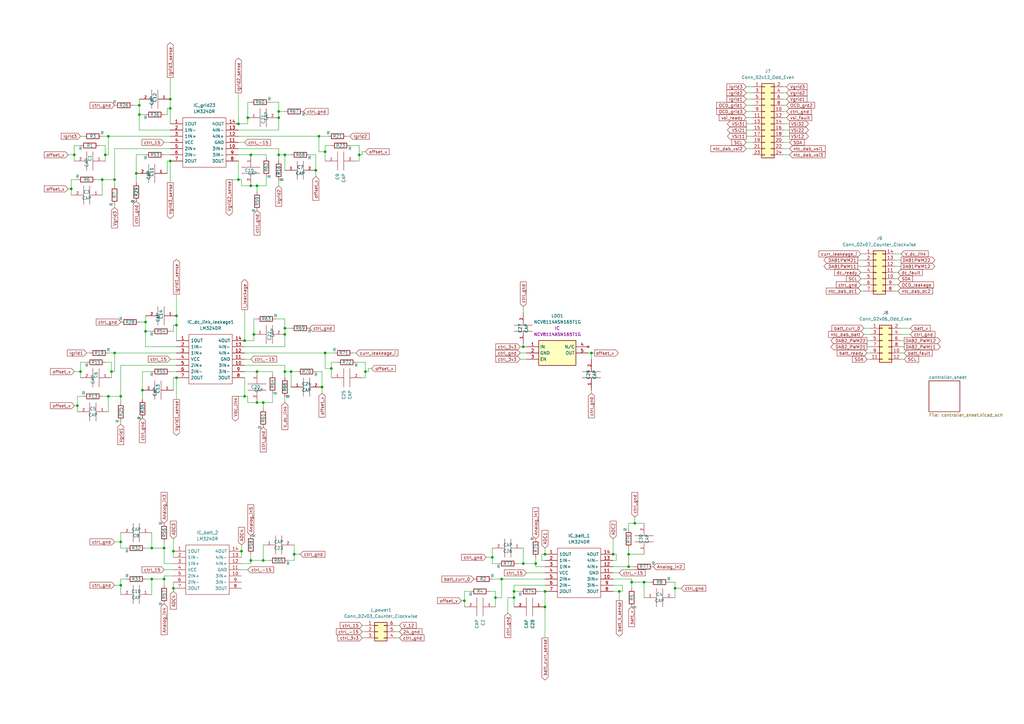
<source format=kicad_sch>
(kicad_sch (version 20211123) (generator eeschema)
  (paper "A3")
  (junction (at 100.33 162.56))
  (junction (at 97.79 73.66))
  (junction (at 72.39 133.35))
  (junction (at 49.53 222.25))
  (junction (at 30.48 63.5))
  (junction (at 105.41 165.1))
  (junction (at 223.52 242.57))
  (junction (at 116.84 137.16))
  (junction (at 135.89 151.13))
  (junction (at 223.52 248.92))
  (junction (at 29.21 77.47))
  (junction (at 31.75 166.37))
  (junction (at 62.23 224.79))
  (junction (at 210.82 245.11))
  (junction (at 214.63 231.14))
  (junction (at 259.08 238.76))
  (junction (at 44.45 162.56))
  (junction (at 129.54 69.85))
  (junction (at 254 242.57))
  (junction (at 67.31 237.49))
  (junction (at 205.74 237.49))
  (junction (at 116.84 152.4))
  (junction (at 251.46 227.33))
  (junction (at 132.08 158.75))
  (junction (at 99.06 226.06))
  (junction (at 102.87 76.2))
  (junction (at 100.33 139.7))
  (junction (at 210.82 242.57))
  (junction (at 46.99 73.66))
  (junction (at 102.87 63.5))
  (junction (at 133.35 62.23))
  (junction (at 190.5 246.38))
  (junction (at 71.12 226.06))
  (junction (at 72.39 154.94))
  (junction (at 97.79 50.8))
  (junction (at 214.63 142.24))
  (junction (at 114.3 48.26))
  (junction (at 257.81 227.33))
  (junction (at 107.95 165.1))
  (junction (at 49.53 162.56))
  (junction (at 72.39 129.54))
  (junction (at 101.6 48.26))
  (junction (at 104.14 137.16))
  (junction (at 62.23 237.49))
  (junction (at 276.86 241.3))
  (junction (at 67.31 224.79))
  (junction (at 69.85 66.04))
  (junction (at 114.3 45.72))
  (junction (at 120.65 227.33))
  (junction (at 46.99 144.78))
  (junction (at 57.15 46.99))
  (junction (at 201.93 228.6))
  (junction (at 203.2 245.11))
  (junction (at 219.71 231.14))
  (junction (at 45.72 152.4))
  (junction (at 149.86 152.4))
  (junction (at 43.18 63.5))
  (junction (at 59.69 135.89))
  (junction (at 49.53 240.03))
  (junction (at 264.16 238.76))
  (junction (at 69.85 40.64))
  (junction (at 69.85 44.45))
  (junction (at 102.87 229.87))
  (junction (at 105.41 152.4))
  (junction (at 260.35 214.63))
  (junction (at 130.81 55.88))
  (junction (at 119.38 152.4))
  (junction (at 58.42 160.02))
  (junction (at 57.15 43.18))
  (junction (at 71.12 241.3))
  (junction (at 133.35 144.78))
  (junction (at 105.41 76.2))
  (junction (at 55.88 71.12))
  (junction (at 33.02 152.4))
  (junction (at 107.95 229.87))
  (junction (at 257.81 232.41))
  (junction (at 116.84 134.62))
  (junction (at 223.52 227.33))
  (junction (at 44.45 55.88))
  (junction (at 59.69 132.08))
  (junction (at 116.84 63.5))
  (junction (at 147.32 63.5))
  (junction (at 242.57 144.78))
  (junction (at 114.3 63.5))
  (junction (at 41.91 73.66))
  (wire (pts (xy 120.65 227.33) (xy 120.65 223.52)))
  (wire (pts (xy 31.75 162.56) (xy 31.75 166.37)))
  (wire (pts (xy 99.06 76.2) (xy 102.87 76.2)))
  (wire (pts (xy 34.29 162.56) (xy 31.75 162.56)))
  (wire (pts (xy 119.38 158.75) (xy 119.38 152.4)))
  (wire (pts (xy 369.57 109.22) (xy 367.03 109.22)))
  (wire (pts (xy 110.49 41.91) (xy 114.3 41.91)))
  (wire (pts (xy 107.95 165.1) (xy 105.41 165.1)))
  (wire (pts (xy 49.53 222.25) (xy 49.53 218.44)))
  (wire (pts (xy 163.83 256.54) (xy 162.56 256.54)))
  (wire (pts (xy 356.87 137.16) (xy 354.33 137.16)))
  (wire (pts (xy 111.76 152.4) (xy 105.41 152.4)))
  (wire (pts (xy 119.38 152.4) (xy 116.84 152.4)))
  (wire (pts (xy 33.02 152.4) (xy 33.02 154.94)))
  (wire (pts (xy 321.31 50.8) (xy 323.85 50.8)))
  (wire (pts (xy 101.6 165.1) (xy 105.41 165.1)))
  (wire (pts (xy 69.85 74.93) (xy 69.85 66.04)))
  (wire (pts (xy 41.91 73.66) (xy 46.99 73.66)))
  (wire (pts (xy 59.69 132.08) (xy 59.69 129.54)))
  (wire (pts (xy 116.84 152.4) (xy 116.84 154.94)))
  (wire (pts (xy 35.56 148.59) (xy 33.02 148.59)))
  (wire (pts (xy 109.22 76.2) (xy 105.41 76.2)))
  (wire (pts (xy 219.71 232.41) (xy 223.52 232.41)))
  (wire (pts (xy 46.99 152.4) (xy 46.99 144.78)))
  (wire (pts (xy 114.3 45.72) (xy 114.3 48.26)))
  (wire (pts (xy 43.18 63.5) (xy 44.45 63.5)))
  (wire (pts (xy 306.07 35.56) (xy 308.61 35.56)))
  (wire (pts (xy 33.02 59.69) (xy 30.48 59.69)))
  (wire (pts (xy 111.76 165.1) (xy 107.95 165.1)))
  (wire (pts (xy 72.39 142.24) (xy 59.69 142.24)))
  (wire (pts (xy 116.84 162.56) (xy 116.84 165.1)))
  (wire (pts (xy 222.25 229.87) (xy 223.52 229.87)))
  (wire (pts (xy 129.54 152.4) (xy 132.08 152.4)))
  (wire (pts (xy 214.63 142.24) (xy 215.9 142.24)))
  (wire (pts (xy 119.38 134.62) (xy 116.84 134.62)))
  (wire (pts (xy 367.03 119.38) (xy 368.3 119.38)))
  (wire (pts (xy 97.79 60.96) (xy 114.3 60.96)))
  (wire (pts (xy 149.86 152.4) (xy 149.86 154.94)))
  (wire (pts (xy 46.99 240.03) (xy 49.53 240.03)))
  (wire (pts (xy 31.75 166.37) (xy 31.75 168.91)))
  (wire (pts (xy 62.23 237.49) (xy 67.31 237.49)))
  (wire (pts (xy 369.57 104.14) (xy 367.03 104.14)))
  (wire (pts (xy 219.71 232.41) (xy 219.71 231.14)))
  (wire (pts (xy 306.07 40.64) (xy 308.61 40.64)))
  (wire (pts (xy 71.12 133.35) (xy 72.39 133.35)))
  (wire (pts (xy 43.18 63.5) (xy 43.18 66.04)))
  (wire (pts (xy 68.58 46.99) (xy 68.58 44.45)))
  (wire (pts (xy 223.52 227.33) (xy 222.25 227.33)))
  (wire (pts (xy 251.46 232.41) (xy 257.81 232.41)))
  (wire (pts (xy 40.64 59.69) (xy 43.18 59.69)))
  (wire (pts (xy 30.48 166.37) (xy 31.75 166.37)))
  (wire (pts (xy 130.81 62.23) (xy 130.81 55.88)))
  (wire (pts (xy 257.81 232.41) (xy 260.35 232.41)))
  (wire (pts (xy 321.31 38.1) (xy 322.58 38.1)))
  (wire (pts (xy 306.07 43.18) (xy 308.61 43.18)))
  (wire (pts (xy 149.86 154.94) (xy 148.59 154.94)))
  (wire (pts (xy 135.89 151.13) (xy 133.35 151.13)))
  (wire (pts (xy 44.45 144.78) (xy 46.99 144.78)))
  (wire (pts (xy 96.52 162.56) (xy 100.33 162.56)))
  (wire (pts (xy 133.35 62.23) (xy 133.35 59.69)))
  (wire (pts (xy 114.3 48.26) (xy 114.3 53.34)))
  (wire (pts (xy 100.33 154.94) (xy 100.33 162.56)))
  (wire (pts (xy 97.79 55.88) (xy 130.81 55.88)))
  (wire (pts (xy 204.47 231.14) (xy 201.93 231.14)))
  (wire (pts (xy 190.5 246.38) (xy 190.5 248.92)))
  (wire (pts (xy 49.53 237.49) (xy 49.53 240.03)))
  (wire (pts (xy 97.79 38.1) (xy 97.79 50.8)))
  (wire (pts (xy 279.4 241.3) (xy 276.86 241.3)))
  (wire (pts (xy 27.94 63.5) (xy 30.48 63.5)))
  (wire (pts (xy 111.76 153.67) (xy 111.76 152.4)))
  (wire (pts (xy 223.52 261.62) (xy 223.52 248.92)))
  (wire (pts (xy 57.15 43.18) (xy 57.15 40.64)))
  (wire (pts (xy 44.45 162.56) (xy 49.53 162.56)))
  (wire (pts (xy 321.31 35.56) (xy 322.58 35.56)))
  (wire (pts (xy 148.59 259.08) (xy 149.86 259.08)))
  (wire (pts (xy 190.5 246.38) (xy 189.23 246.38)))
  (wire (pts (xy 133.35 66.04) (xy 133.35 62.23)))
  (wire (pts (xy 127 63.5) (xy 129.54 63.5)))
  (wire (pts (xy 97.79 73.66) (xy 99.06 73.66)))
  (wire (pts (xy 208.28 251.46) (xy 208.28 245.11)))
  (wire (pts (xy 49.53 149.86) (xy 72.39 149.86)))
  (wire (pts (xy 55.88 74.93) (xy 55.88 71.12)))
  (wire (pts (xy 109.22 64.77) (xy 109.22 63.5)))
  (wire (pts (xy 369.57 142.24) (xy 370.84 142.24)))
  (wire (pts (xy 148.59 256.54) (xy 149.86 256.54)))
  (wire (pts (xy 323.85 63.5) (xy 321.31 63.5)))
  (wire (pts (xy 41.91 162.56) (xy 44.45 162.56)))
  (wire (pts (xy 367.03 116.84) (xy 368.3 116.84)))
  (wire (pts (xy 214.63 224.79) (xy 214.63 231.14)))
  (wire (pts (xy 146.05 148.59) (xy 149.86 148.59)))
  (wire (pts (xy 193.04 242.57) (xy 190.5 242.57)))
  (wire (pts (xy 223.52 224.79) (xy 223.52 227.33)))
  (wire (pts (xy 200.66 242.57) (xy 203.2 242.57)))
  (wire (pts (xy 59.69 135.89) (xy 59.69 142.24)))
  (wire (pts (xy 149.86 152.4) (xy 151.13 152.4)))
  (wire (pts (xy 321.31 53.34) (xy 323.85 53.34)))
  (wire (pts (xy 251.46 220.98) (xy 251.46 227.33)))
  (wire (pts (xy 69.85 31.75) (xy 69.85 40.64)))
  (wire (pts (xy 355.6 144.78) (xy 356.87 144.78)))
  (wire (pts (xy 46.99 222.25) (xy 49.53 222.25)))
  (wire (pts (xy 116.84 63.5) (xy 114.3 63.5)))
  (wire (pts (xy 251.46 227.33) (xy 252.73 227.33)))
  (wire (pts (xy 257.81 214.63) (xy 260.35 214.63)))
  (wire (pts (xy 62.23 135.89) (xy 59.69 135.89)))
  (wire (pts (xy 71.12 236.22) (xy 67.31 236.22)))
  (wire (pts (xy 212.09 231.14) (xy 214.63 231.14)))
  (wire (pts (xy 251.46 237.49) (xy 259.08 237.49)))
  (wire (pts (xy 72.39 147.32) (xy 69.85 147.32)))
  (wire (pts (xy 27.94 77.47) (xy 29.21 77.47)))
  (wire (pts (xy 67.31 46.99) (xy 68.58 46.99)))
  (wire (pts (xy 46.99 60.96) (xy 46.99 73.66)))
  (wire (pts (xy 213.36 142.24) (xy 214.63 142.24)))
  (wire (pts (xy 147.32 63.5) (xy 147.32 66.04)))
  (wire (pts (xy 222.25 227.33) (xy 222.25 229.87)))
  (wire (pts (xy 39.37 73.66) (xy 41.91 73.66)))
  (wire (pts (xy 147.32 59.69) (xy 147.32 63.5)))
  (wire (pts (xy 199.39 228.6) (xy 201.93 228.6)))
  (wire (pts (xy 49.53 162.56) (xy 49.53 165.1)))
  (wire (pts (xy 151.13 151.13) (xy 151.13 152.4)))
  (wire (pts (xy 116.84 69.85) (xy 116.84 63.5)))
  (wire (pts (xy 353.06 104.14) (xy 354.33 104.14)))
  (wire (pts (xy 62.23 224.79) (xy 67.31 224.79)))
  (wire (pts (xy 321.31 55.88) (xy 323.85 55.88)))
  (wire (pts (xy 133.35 151.13) (xy 133.35 144.78)))
  (wire (pts (xy 257.81 217.17) (xy 257.81 214.63)))
  (wire (pts (xy 33.02 55.88) (xy 34.29 55.88)))
  (wire (pts (xy 100.33 127) (xy 100.33 139.7)))
  (wire (pts (xy 264.16 238.76) (xy 259.08 238.76)))
  (wire (pts (xy 242.57 147.32) (xy 242.57 144.78)))
  (wire (pts (xy 354.33 109.22) (xy 351.79 109.22)))
  (wire (pts (xy 99.06 226.06) (xy 99.06 228.6)))
  (wire (pts (xy 147.32 63.5) (xy 148.59 63.5)))
  (wire (pts (xy 72.39 139.7) (xy 72.39 133.35)))
  (wire (pts (xy 99.06 73.66) (xy 99.06 76.2)))
  (wire (pts (xy 149.86 148.59) (xy 149.86 152.4)))
  (wire (pts (xy 104.14 137.16) (xy 104.14 139.7)))
  (wire (pts (xy 69.85 53.34) (xy 57.15 53.34)))
  (wire (pts (xy 101.6 233.68) (xy 99.06 233.68)))
  (wire (pts (xy 120.65 229.87) (xy 120.65 227.33)))
  (wire (pts (xy 71.12 231.14) (xy 67.31 231.14)))
  (wire (pts (xy 121.92 152.4) (xy 119.38 152.4)))
  (wire (pts (xy 30.48 59.69) (xy 30.48 63.5)))
  (wire (pts (xy 57.15 46.99) (xy 57.15 53.34)))
  (wire (pts (xy 45.72 152.4) (xy 45.72 154.94)))
  (wire (pts (xy 68.58 44.45) (xy 69.85 44.45)))
  (wire (pts (xy 266.7 238.76) (xy 264.16 238.76)))
  (wire (pts (xy 110.49 229.87) (xy 107.95 229.87)))
  (wire (pts (xy 49.53 224.79) (xy 49.53 222.25)))
  (wire (pts (xy 210.82 242.57) (xy 210.82 245.11)))
  (wire (pts (xy 203.2 245.11) (xy 203.2 248.92)))
  (wire (pts (xy 71.12 242.57) (xy 71.12 241.3)))
  (wire (pts (xy 44.45 168.91) (xy 44.45 162.56)))
  (wire (pts (xy 104.14 130.81) (xy 104.14 137.16)))
  (wire (pts (xy 35.56 144.78) (xy 36.83 144.78)))
  (wire (pts (xy 57.15 132.08) (xy 59.69 132.08)))
  (wire (pts (xy 105.41 76.2) (xy 102.87 76.2)))
  (wire (pts (xy 45.72 148.59) (xy 45.72 152.4)))
  (wire (pts (xy 129.54 63.5) (xy 129.54 69.85)))
  (wire (pts (xy 119.38 63.5) (xy 116.84 63.5)))
  (wire (pts (xy 59.69 63.5) (xy 55.88 63.5)))
  (wire (pts (xy 257.81 224.79) (xy 257.81 227.33)))
  (wire (pts (xy 322.58 48.26) (xy 321.31 48.26)))
  (wire (pts (xy 58.42 152.4) (xy 58.42 160.02)))
  (wire (pts (xy 129.54 69.85) (xy 129.54 72.39)))
  (wire (pts (xy 105.41 78.74) (xy 105.41 76.2)))
  (wire (pts (xy 114.3 63.5) (xy 114.3 66.04)))
  (wire (pts (xy 116.84 45.72) (xy 114.3 45.72)))
  (wire (pts (xy 138.43 148.59) (xy 135.89 148.59)))
  (wire (pts (xy 223.52 242.57) (xy 223.52 248.92)))
  (wire (pts (xy 114.3 41.91) (xy 114.3 45.72)))
  (wire (pts (xy 201.93 228.6) (xy 201.93 224.79)))
  (wire (pts (xy 49.53 149.86) (xy 49.53 162.56)))
  (wire (pts (xy 255.27 242.57) (xy 254 242.57)))
  (wire (pts (xy 354.33 106.68) (xy 351.79 106.68)))
  (wire (pts (xy 323.85 60.96) (xy 321.31 60.96)))
  (wire (pts (xy 100.33 149.86) (xy 116.84 149.86)))
  (wire (pts (xy 69.85 152.4) (xy 72.39 152.4)))
  (wire (pts (xy 213.36 242.57) (xy 210.82 242.57)))
  (wire (pts (xy 259.08 237.49) (xy 259.08 238.76)))
  (wire (pts (xy 254 242.57) (xy 251.46 242.57)))
  (wire (pts (xy 100.33 142.24) (xy 116.84 142.24)))
  (wire (pts (xy 260.35 212.09) (xy 260.35 214.63)))
  (wire (pts (xy 101.6 41.91) (xy 101.6 48.26)))
  (wire (pts (xy 133.35 62.23) (xy 130.81 62.23)))
  (wire (pts (xy 107.95 229.87) (xy 102.87 229.87)))
  (wire (pts (xy 52.07 237.49) (xy 49.53 237.49)))
  (wire (pts (xy 71.12 238.76) (xy 71.12 241.3)))
  (wire (pts (xy 72.39 129.54) (xy 72.39 133.35)))
  (wire (pts (xy 69.85 135.89) (xy 71.12 135.89)))
  (wire (pts (xy 71.12 154.94) (xy 71.12 160.02)))
  (wire (pts (xy 93.98 73.66) (xy 97.79 73.66)))
  (wire (pts (xy 276.86 241.3) (xy 276.86 245.11)))
  (wire (pts (xy 259.08 238.76) (xy 259.08 241.3)))
  (wire (pts (xy 68.58 66.04) (xy 68.58 71.12)))
  (wire (pts (xy 147.32 66.04) (xy 146.05 66.04)))
  (wire (pts (xy 33.02 148.59) (xy 33.02 152.4)))
  (wire (pts (xy 148.59 62.23) (xy 148.59 63.5)))
  (wire (pts (xy 252.73 229.87) (xy 251.46 229.87)))
  (wire (pts (xy 100.33 162.56) (xy 101.6 162.56)))
  (wire (pts (xy 52.07 224.79) (xy 49.53 224.79)))
  (wire (pts (xy 59.69 135.89) (xy 59.69 132.08)))
  (wire (pts (xy 97.79 53.34) (xy 114.3 53.34)))
  (wire (pts (xy 355.6 147.32) (xy 356.87 147.32)))
  (wire (pts (xy 133.35 144.78) (xy 137.16 144.78)))
  (wire (pts (xy 353.06 111.76) (xy 354.33 111.76)))
  (wire (pts (xy 71.12 233.68) (xy 67.31 233.68)))
  (wire (pts (xy 143.51 59.69) (xy 147.32 59.69)))
  (wire (pts (xy 252.73 227.33) (xy 252.73 229.87)))
  (wire (pts (xy 109.22 63.5) (xy 102.87 63.5)))
  (wire (pts (xy 255.27 240.03) (xy 255.27 242.57)))
  (wire (pts (xy 353.06 114.3) (xy 354.33 114.3)))
  (wire (pts (xy 355.6 139.7) (xy 356.87 139.7)))
  (wire (pts (xy 149.86 62.23) (xy 148.59 62.23)))
  (wire (pts (xy 323.85 58.42) (xy 321.31 58.42)))
  (wire (pts (xy 242.57 161.29) (xy 242.57 160.02)))
  (wire (pts (xy 210.82 240.03) (xy 210.82 242.57)))
  (wire (pts (xy 55.88 63.5) (xy 55.88 71.12)))
  (wire (pts (xy 369.57 106.68) (xy 367.03 106.68)))
  (wire (pts (xy 118.11 229.87) (xy 120.65 229.87)))
  (wire (pts (xy 306.07 38.1) (xy 308.61 38.1)))
  (wire (pts (xy 369.57 144.78) (xy 370.84 144.78)))
  (wire (pts (xy 62.23 243.84) (xy 62.23 237.49)))
  (wire (pts (xy 114.3 73.66) (xy 114.3 76.2)))
  (wire (pts (xy 306.07 58.42) (xy 308.61 58.42)))
  (wire (pts (xy 215.9 234.95) (xy 223.52 234.95)))
  (wire (pts (xy 29.21 77.47) (xy 29.21 80.01)))
  (wire (pts (xy 62.23 218.44) (xy 62.23 224.79)))
  (wire (pts (xy 306.07 60.96) (xy 308.61 60.96)))
  (wire (pts (xy 132.08 158.75) (xy 132.08 161.29)))
  (wire (pts (xy 71.12 228.6) (xy 71.12 226.06)))
  (wire (pts (xy 105.41 130.81) (xy 104.14 130.81)))
  (wire (pts (xy 68.58 66.04) (xy 69.85 66.04)))
  (wire (pts (xy 205.74 237.49) (xy 223.52 237.49)))
  (wire (pts (xy 214.63 231.14) (xy 219.71 231.14)))
  (wire (pts (xy 132.08 152.4) (xy 132.08 158.75)))
  (wire (pts (xy 102.87 231.14) (xy 99.06 231.14)))
  (wire (pts (xy 321.31 45.72) (xy 322.58 45.72)))
  (wire (pts (xy 57.15 46.99) (xy 57.15 43.18)))
  (wire (pts (xy 102.87 41.91) (xy 101.6 41.91)))
  (wire (pts (xy 100.33 58.42) (xy 97.79 58.42)))
  (wire (pts (xy 354.33 119.38) (xy 353.06 119.38)))
  (wire (pts (xy 210.82 245.11) (xy 210.82 248.92)))
  (wire (pts (xy 205.74 245.11) (xy 205.74 237.49)))
  (wire (pts (xy 46.99 73.66) (xy 46.99 76.2)))
  (wire (pts (xy 54.61 43.18) (xy 57.15 43.18)))
  (wire (pts (xy 59.69 46.99) (xy 57.15 46.99)))
  (wire (pts (xy 214.63 125.73) (xy 214.63 128.27)))
  (wire (pts (xy 101.6 162.56) (xy 101.6 165.1)))
  (wire (pts (xy 306.07 55.88) (xy 308.61 55.88)))
  (wire (pts (xy 254 246.38) (xy 254 242.57)))
  (wire (pts (xy 130.81 55.88) (xy 134.62 55.88)))
  (wire (pts (xy 135.89 59.69) (xy 133.35 59.69)))
  (wire (pts (xy 72.39 120.65) (xy 72.39 129.54)))
  (wire (pts (xy 152.4 151.13) (xy 151.13 151.13)))
  (wire (pts (xy 306.07 50.8) (xy 308.61 50.8)))
  (wire (pts (xy 306.07 53.34) (xy 308.61 53.34)))
  (wire (pts (xy 135.89 151.13) (xy 135.89 148.59)))
  (wire (pts (xy 49.53 173.99) (xy 49.53 172.72)))
  (wire (pts (xy 369.57 139.7) (xy 370.84 139.7)))
  (wire (pts (xy 123.19 227.33) (xy 120.65 227.33)))
  (wire (pts (xy 45.72 152.4) (xy 46.99 152.4)))
  (wire (pts (xy 219.71 231.14) (xy 219.71 228.6)))
  (wire (pts (xy 201.93 231.14) (xy 201.93 228.6)))
  (wire (pts (xy 241.3 144.78) (xy 242.57 144.78)))
  (wire (pts (xy 322.58 43.18) (xy 321.31 43.18)))
  (wire (pts (xy 46.99 85.09) (xy 46.99 83.82)))
  (wire (pts (xy 109.22 72.39) (xy 109.22 76.2)))
  (wire (pts (xy 67.31 63.5) (xy 69.85 63.5)))
  (wire (pts (xy 356.87 134.62) (xy 354.33 134.62)))
  (wire (pts (xy 46.99 60.96) (xy 69.85 60.96)))
  (wire (pts (xy 276.86 238.76) (xy 276.86 241.3)))
  (wire (pts (xy 368.3 114.3) (xy 367.03 114.3)))
  (wire (pts (xy 49.53 240.03) (xy 49.53 243.84)))
  (wire (pts (xy 146.05 144.78) (xy 144.78 144.78)))
  (wire (pts (xy 102.87 229.87) (xy 102.87 227.33)))
  (wire (pts (xy 367.03 111.76) (xy 368.3 111.76)))
  (wire (pts (xy 208.28 245.11) (xy 210.82 245.11)))
  (wire (pts (xy 30.48 152.4) (xy 33.02 152.4)))
  (wire (pts (xy 71.12 154.94) (xy 72.39 154.94)))
  (wire (pts (xy 370.84 147.32) (xy 369.57 147.32)))
  (wire (pts (xy 67.31 236.22) (xy 67.31 237.49)))
  (wire (pts (xy 135.89 154.94) (xy 135.89 151.13)))
  (wire (pts (xy 242.57 144.78) (xy 243.84 144.78)))
  (wire (pts (xy 203.2 242.57) (xy 203.2 245.11)))
  (wire (pts (xy 43.18 59.69) (xy 43.18 63.5)))
  (wire (pts (xy 116.84 130.81) (xy 116.84 134.62)))
  (wire (pts (xy 43.18 148.59) (xy 45.72 148.59)))
  (wire (pts (xy 116.84 134.62) (xy 116.84 137.16)))
  (wire (pts (xy 107.95 223.52) (xy 107.95 229.87)))
  (wire (pts (xy 255.27 240.03) (xy 251.46 240.03)))
  (wire (pts (xy 99.06 223.52) (xy 99.06 226.06)))
  (wire (pts (xy 322.58 40.64) (xy 321.31 40.64)))
  (wire (pts (xy 44.45 55.88) (xy 69.85 55.88)))
  (wire (pts (xy 44.45 63.5) (xy 44.45 55.88)))
  (wire (pts (xy 111.76 161.29) (xy 111.76 165.1)))
  (wire (pts (xy 201.93 237.49) (xy 205.74 237.49)))
  (wire (pts (xy 69.85 58.42) (xy 67.31 58.42)))
  (wire (pts (xy 100.33 152.4) (xy 105.41 152.4)))
  (wire (pts (xy 41.91 55.88) (xy 44.45 55.88)))
  (wire (pts (xy 41.91 80.01) (xy 41.91 73.66)))
  (wire (pts (xy 306.07 45.72) (xy 308.61 45.72)))
  (wire (pts (xy 223.52 240.03) (xy 210.82 240.03)))
  (wire (pts (xy 114.3 60.96) (xy 114.3 63.5)))
  (wire (pts (xy 46.99 144.78) (xy 72.39 144.78)))
  (wire (pts (xy 29.21 73.66) (xy 29.21 77.47)))
  (wire (pts (xy 30.48 63.5) (xy 30.48 66.04)))
  (wire (pts (xy 97.79 66.04) (xy 97.79 73.66)))
  (wire (pts (xy 257.81 227.33) (xy 257.81 232.41)))
  (wire (pts (xy 107.95 167.64) (xy 107.95 165.1)))
  (wire (pts (xy 62.23 152.4) (xy 58.42 152.4)))
  (wire (pts (xy 31.75 73.66) (xy 29.21 73.66)))
  (wire (pts (xy 101.6 48.26) (xy 101.6 50.8)))
  (wire (pts (xy 260.35 214.63) (xy 264.16 214.63)))
  (wire (pts (xy 71.12 220.98) (xy 71.12 226.06)))
  (wire (pts (xy 72.39 163.83) (xy 72.39 154.94)))
  (wire (pts (xy 353.06 116.84) (xy 354.33 116.84)))
  (wire (pts (xy 113.03 130.81) (xy 116.84 130.81)))
  (wire (pts (xy 356.87 142.24) (xy 355.6 142.24)))
  (wire (pts (xy 69.85 50.8) (xy 69.85 44.45)))
  (wire (pts (xy 214.63 140.97) (xy 214.63 142.24)))
  (wire (pts (xy 67.31 224.79) (xy 67.31 231.14)))
  (wire (pts (xy 369.57 137.16) (xy 373.38 137.16)))
  (wire (pts (xy 264.16 227.33) (xy 257.81 227.33)))
  (wire (pts (xy 373.38 134.62) (xy 369.57 134.62)))
  (wire (pts (xy 274.32 238.76) (xy 276.86 238.76)))
  (wire (pts (xy 190.5 242.57) (xy 190.5 246.38)))
  (wire (pts (xy 251.46 234.95) (xy 254 234.95)))
  (wire (pts (xy 71.12 135.89) (xy 71.12 133.35)))
  (wire (pts (xy 213.36 147.32) (xy 215.9 147.32)))
  (wire (pts (xy 100.33 144.78) (xy 133.35 144.78)))
  (wire (pts (xy 101.6 50.8) (xy 97.79 50.8)))
  (wire (pts (xy 59.69 237.49) (xy 62.23 237.49)))
  (wire (pts (xy 59.69 224.79) (xy 62.23 224.79)))
  (wire (pts (xy 163.83 259.08) (xy 162.56 259.08)))
  (wire (pts (xy 264.16 245.11) (xy 264.16 238.76)))
  (wire (pts (xy 148.59 261.62) (xy 149.86 261.62)))
  (wire (pts (xy 220.98 242.57) (xy 223.52 242.57)))
  (wire (pts (xy 203.2 245.11) (xy 205.74 245.11)))
  (wire (pts (xy 308.61 48.26) (xy 306.07 48.26)))
  (wire (pts (xy 163.83 261.62) (xy 162.56 261.62)))
  (wire (pts (xy 67.31 237.49) (xy 67.31 240.03)))
  (wire (pts (xy 67.31 224.79) (xy 67.31 222.25)))
  (wire (pts (xy 69.85 40.64) (xy 69.85 44.45)))
  (wire (pts (xy 102.87 147.32) (xy 100.33 147.32)))
  (wire (pts (xy 58.42 163.83) (xy 58.42 160.02)))
  (wire (pts (xy 116.84 137.16) (xy 116.84 142.24)))
  (wire (pts (xy 213.36 144.78) (xy 215.9 144.78)))
  (wire (pts (xy 116.84 149.86) (xy 116.84 152.4)))
  (wire (pts (xy 102.87 231.14) (xy 102.87 229.87)))
  (wire (pts (xy 143.51 55.88) (xy 142.24 55.88)))
  (wire (pts (xy 104.14 139.7) (xy 100.33 139.7)))
  (wire (pts (xy 97.79 63.5) (xy 102.87 63.5)))
  (global_label "SCL" (shape input) (at 353.06 114.3 180) (property "Intersheet References" "${INTERSHEET_REFS}" (effects hide)))
  (global_label "ntc_dab_vsi3" (shape input) (at 323.85 63.5 0) (property "Intersheet References" "${INTERSHEET_REFS}" (effects hide)))
  (global_label "vsi_ready" (shape input) (at 306.07 48.26 180) (property "Intersheet References" "${INTERSHEET_REFS}" (effects hide)))
  (global_label "Vgrid1_sense" (shape output) (at 72.39 163.83 270) (property "Intersheet References" "${INTERSHEET_REFS}" (effects hide)))
  (global_label "Vgrid2" (shape input) (at 114.3 76.2 270) (property "Intersheet References" "${INTERSHEET_REFS}" (effects hide)))
  (global_label "Vdc_link" (shape output) (at 96.52 162.56 270) (property "Intersheet References" "${INTERSHEET_REFS}" (effects hide)))
  (global_label "batt_fault" (shape input) (at 370.84 144.78 0) (property "Intersheet References" "${INTERSHEET_REFS}" (effects hide)))
  (global_label "ctrl_15" (shape input) (at 69.85 147.32 180) (property "Intersheet References" "${INTERSHEET_REFS}" (effects hide)))
  (global_label "ctrl_gnd" (shape input) (at 107.95 175.26 270) (property "Intersheet References" "${INTERSHEET_REFS}" (effects hide)))
  (global_label "Vgrid3" (shape input) (at 46.99 85.09 270) (property "Intersheet References" "${INTERSHEET_REFS}" (effects hide)))
  (global_label "OCD_grd2" (shape input) (at 322.58 43.18 0) (property "Intersheet References" "${INTERSHEET_REFS}" (effects hide)))
  (global_label "ctrl_gnd" (shape input) (at 49.53 132.08 180) (property "Intersheet References" "${INTERSHEET_REFS}" (effects hide)))
  (global_label "batt_ready" (shape input) (at 355.6 144.78 180) (property "Intersheet References" "${INTERSHEET_REFS}" (effects hide)))
  (global_label "I_leackage" (shape output) (at 100.33 127 90) (property "Intersheet References" "${INTERSHEET_REFS}" (effects hide)))
  (global_label "Igrid1" (shape input) (at 35.56 144.78 180) (property "Intersheet References" "${INTERSHEET_REFS}" (effects hide)))
  (global_label "ADC4" (shape input) (at 71.12 242.57 270) (property "Intersheet References" "${INTERSHEET_REFS}" (effects hide)))
  (global_label "offset_v" (shape input) (at 129.54 72.39 270) (property "Intersheet References" "${INTERSHEET_REFS}" (effects hide)))
  (global_label "ctrl_15" (shape input) (at 148.59 256.54 180) (property "Intersheet References" "${INTERSHEET_REFS}" (effects hide)))
  (global_label "Igrid2_sense" (shape output) (at 97.79 38.1 90) (property "Intersheet References" "${INTERSHEET_REFS}" (effects hide)))
  (global_label "ntc_dab_dc1" (shape input) (at 353.06 119.38 180) (property "Intersheet References" "${INTERSHEET_REFS}" (effects hide)))
  (global_label "DAB1PWM12" (shape output) (at 369.57 109.22 0) (property "Intersheet References" "${INTERSHEET_REFS}" (effects hide)))
  (global_label "ctrl_15" (shape input) (at 215.9 234.95 180) (property "Intersheet References" "${INTERSHEET_REFS}" (effects hide)))
  (global_label "OCD_grid1" (shape input) (at 306.07 43.18 180) (property "Intersheet References" "${INTERSHEET_REFS}" (effects hide)))
  (global_label "OCD_grid3" (shape input) (at 306.07 45.72 180) (property "Intersheet References" "${INTERSHEET_REFS}" (effects hide)))
  (global_label "ctrl_gnd" (shape input) (at 105.41 86.36 270) (property "Intersheet References" "${INTERSHEET_REFS}" (effects hide)))
  (global_label "Igrid3" (shape input) (at 306.07 35.56 180) (property "Intersheet References" "${INTERSHEET_REFS}" (effects hide)))
  (global_label "batt_v" (shape input) (at 373.38 134.62 0) (property "Intersheet References" "${INTERSHEET_REFS}" (effects hide)))
  (global_label "offset_v" (shape input) (at 27.94 77.47 180) (property "Intersheet References" "${INTERSHEET_REFS}" (effects hide)))
  (global_label "ctrl_gnd" (shape input) (at 353.06 116.84 180) (property "Intersheet References" "${INTERSHEET_REFS}" (effects hide)))
  (global_label "ntc_dab_batt" (shape input) (at 354.33 137.16 180) (property "Intersheet References" "${INTERSHEET_REFS}" (effects hide)))
  (global_label "ctrl_-15" (shape input) (at 148.59 259.08 180) (property "Intersheet References" "${INTERSHEET_REFS}" (effects hide)))
  (global_label "ctrl_gnd" (shape input) (at 208.28 251.46 270) (property "Intersheet References" "${INTERSHEET_REFS}" (effects hide)))
  (global_label "VSI21" (shape output) (at 306.07 53.34 180) (property "Intersheet References" "${INTERSHEET_REFS}" (effects hide)))
  (global_label "SCL" (shape input) (at 370.84 147.32 0) (property "Intersheet References" "${INTERSHEET_REFS}" (effects hide)))
  (global_label "VSI32" (shape output) (at 323.85 50.8 0) (property "Intersheet References" "${INTERSHEET_REFS}" (effects hide)))
  (global_label "Vgrid3" (shape input) (at 322.58 35.56 0) (property "Intersheet References" "${INTERSHEET_REFS}" (effects hide)))
  (global_label "VSI12" (shape output) (at 323.85 55.88 0) (property "Intersheet References" "${INTERSHEET_REFS}" (effects hide)))
  (global_label "DAB1PWM22" (shape output) (at 369.57 106.68 0) (property "Intersheet References" "${INTERSHEET_REFS}" (effects hide)))
  (global_label "ctrl_3v3" (shape input) (at 148.59 261.62 180) (property "Intersheet References" "${INTERSHEET_REFS}" (effects hide)))
  (global_label "Analog_in4" (shape input) (at 67.31 247.65 270) (property "Intersheet References" "${INTERSHEET_REFS}" (effects hide)))
  (global_label "ctrl_gnd" (shape input) (at 214.63 125.73 90) (property "Intersheet References" "${INTERSHEET_REFS}" (effects hide)))
  (global_label "ctrl_-15" (shape input) (at 101.6 233.68 0) (property "Intersheet References" "${INTERSHEET_REFS}" (effects hide)))
  (global_label "curr_leakeage_i" (shape input) (at 353.06 104.14 180) (property "Intersheet References" "${INTERSHEET_REFS}" (effects hide)))
  (global_label "batt_v" (shape input) (at 259.08 248.92 270) (property "Intersheet References" "${INTERSHEET_REFS}" (effects hide)))
  (global_label "Igrid2" (shape input) (at 143.51 55.88 0) (property "Intersheet References" "${INTERSHEET_REFS}" (effects hide)))
  (global_label "ctrl_gnd" (shape input) (at 242.57 161.29 270) (property "Intersheet References" "${INTERSHEET_REFS}" (effects hide)))
  (global_label "SDA" (shape input) (at 323.85 58.42 0) (property "Intersheet References" "${INTERSHEET_REFS}" (effects hide)))
  (global_label "ctrl_gnd" (shape input) (at 127 134.62 0) (property "Intersheet References" "${INTERSHEET_REFS}" (effects hide)))
  (global_label "ctrl_gnd" (shape input) (at 46.99 222.25 180) (property "Intersheet References" "${INTERSHEET_REFS}" (effects hide)))
  (global_label "SDA" (shape input) (at 368.3 114.3 0) (property "Intersheet References" "${INTERSHEET_REFS}" (effects hide)))
  (global_label "OCD_leakage" (shape input) (at 368.3 116.84 0) (property "Intersheet References" "${INTERSHEET_REFS}" (effects hide)))
  (global_label "batt_curr_0" (shape input) (at 194.31 237.49 180) (property "Intersheet References" "${INTERSHEET_REFS}" (effects hide)))
  (global_label "Vgrid3_sense" (shape output) (at 69.85 74.93 270) (property "Intersheet References" "${INTERSHEET_REFS}" (effects hide)))
  (global_label "ctrl_gnd" (shape input) (at 55.88 82.55 270) (property "Intersheet References" "${INTERSHEET_REFS}" (effects hide)))
  (global_label "dc_ready" (shape input) (at 353.06 111.76 180) (property "Intersheet References" "${INTERSHEET_REFS}" (effects hide)))
  (global_label "offset_v" (shape input) (at 149.86 62.23 0) (property "Intersheet References" "${INTERSHEET_REFS}" (effects hide)))
  (global_label "V_12" (shape input) (at 163.83 256.54 0) (property "Intersheet References" "${INTERSHEET_REFS}" (effects hide)))
  (global_label "ctrl_gnd" (shape input) (at 123.19 227.33 0) (property "Intersheet References" "${INTERSHEET_REFS}" (effects hide)))
  (global_label "V_dc_link" (shape input) (at 116.84 165.1 270) (property "Intersheet References" "${INTERSHEET_REFS}" (effects hide)))
  (global_label "ADC1" (shape input) (at 223.52 224.79 90) (property "Intersheet References" "${INTERSHEET_REFS}" (effects hide)))
  (global_label "offset_v" (shape input) (at 152.4 151.13 0) (property "Intersheet References" "${INTERSHEET_REFS}" (effects hide)))
  (global_label "ctrl_-15" (shape input) (at 254 234.95 0) (property "Intersheet References" "${INTERSHEET_REFS}" (effects hide)))
  (global_label "ctrl_3v3" (shape input) (at 213.36 147.32 180) (property "Intersheet References" "${INTERSHEET_REFS}" (effects hide)))
  (global_label "Analog_in5" (shape input) (at 102.87 219.71 90) (property "Intersheet References" "${INTERSHEET_REFS}" (effects hide)))
  (global_label "DAB1PWM11" (shape output) (at 351.79 109.22 180) (property "Intersheet References" "${INTERSHEET_REFS}" (effects hide)))
  (global_label "ctrl_gnd" (shape input) (at 213.36 144.78 180) (property "Intersheet References" "${INTERSHEET_REFS}" (effects hide)))
  (global_label "VSI31" (shape output) (at 306.07 50.8 180) (property "Intersheet References" "${INTERSHEET_REFS}" (effects hide)))
  (global_label "Analog_in3" (shape input) (at 67.31 214.63 90) (property "Intersheet References" "${INTERSHEET_REFS}" (effects hide)))
  (global_label "Vgrid1" (shape input) (at 322.58 40.64 0) (property "Intersheet References" "${INTERSHEET_REFS}" (effects hide)))
  (global_label "Igrid3" (shape input) (at 33.02 55.88 180) (property "Intersheet References" "${INTERSHEET_REFS}" (effects hide)))
  (global_label "Vgrid1" (shape input) (at 49.53 173.99 270) (property "Intersheet References" "${INTERSHEET_REFS}" (effects hide)))
  (global_label "ADC3" (shape input) (at 71.12 220.98 90) (property "Intersheet References" "${INTERSHEET_REFS}" (effects hide)))
  (global_label "offset_v" (shape output) (at 243.84 144.78 0) (property "Intersheet References" "${INTERSHEET_REFS}" (effects hide)))
  (global_label "ctrl_15" (shape input) (at 67.31 233.68 180) (property "Intersheet References" "${INTERSHEET_REFS}" (effects hide)))
  (global_label "curr_leakeage_i" (shape input) (at 146.05 144.78 0) (property "Intersheet References" "${INTERSHEET_REFS}" (effects hide)))
  (global_label "VSI11" (shape output) (at 306.07 55.88 180) (property "Intersheet References" "${INTERSHEET_REFS}" (effects hide)))
  (global_label "ntc_dab_vsi2" (shape input) (at 306.07 60.96 180) (property "Intersheet References" "${INTERSHEET_REFS}" (effects hide)))
  (global_label "DAB2_PWM11" (shape output) (at 370.84 142.24 0) (property "Intersheet References" "${INTERSHEET_REFS}" (effects hide)))
  (global_label "ctrl_15" (shape input) (at 67.31 58.42 180) (property "Intersheet References" "${INTERSHEET_REFS}" (effects hide)))
  (global_label "Igrid1_sense" (shape output) (at 72.39 120.65 90) (property "Intersheet References" "${INTERSHEET_REFS}" (effects hide)))
  (global_label "offset_v" (shape input) (at 189.23 246.38 180) (property "Intersheet References" "${INTERSHEET_REFS}" (effects hide)))
  (global_label "SDA" (shape input) (at 355.6 147.32 180) (property "Intersheet References" "${INTERSHEET_REFS}" (effects hide)))
  (global_label "ctrl_gnd" (shape input) (at 124.46 45.72 0) (property "Intersheet References" "${INTERSHEET_REFS}" (effects hide)))
  (global_label "VSI22" (shape output) (at 323.85 53.34 0) (property "Intersheet References" "${INTERSHEET_REFS}" (effects hide)))
  (global_label "offset_v" (shape input) (at 30.48 166.37 180) (property "Intersheet References" "${INTERSHEET_REFS}" (effects hide)))
  (global_label "SCL" (shape input) (at 306.07 58.42 180) (property "Intersheet References" "${INTERSHEET_REFS}" (effects hide)))
  (global_label "ctrl_gnd" (shape input) (at 199.39 228.6 180) (property "Intersheet References" "${INTERSHEET_REFS}" (effects hide)))
  (global_label "ntc_dab_vsi1" (shape input) (at 323.85 60.96 0) (property "Intersheet References" "${INTERSHEET_REFS}" (effects hide)))
  (global_label "V_dc_link" (shape input) (at 369.57 104.14 0) (property "Intersheet References" "${INTERSHEET_REFS}" (effects hide)))
  (global_label "24_gnd" (shape input) (at 163.83 259.08 0) (property "Intersheet References" "${INTERSHEET_REFS}" (effects hide)))
  (global_label "ctrl_gnd" (shape input) (at 279.4 241.3 0) (property "Intersheet References" "${INTERSHEET_REFS}" (effects hide)))
  (global_label "DAB2_PWM22" (shape output) (at 355.6 139.7 180) (property "Intersheet References" "${INTERSHEET_REFS}" (effects hide)))
  (global_label "batt_V_sense" (shape output) (at 254 246.38 270) (property "Intersheet References" "${INTERSHEET_REFS}" (effects hide)))
  (global_label "DAB1PWM21" (shape output) (at 351.79 106.68 180) (property "Intersheet References" "${INTERSHEET_REFS}" (effects hide)))
  (global_label "ctrl_-15" (shape input) (at 100.33 58.42 0) (property "Intersheet References" "${INTERSHEET_REFS}" (effects hide)))
  (global_label "ctrl_gnd" (shape input) (at 260.35 212.09 90) (property "Intersheet References" "${INTERSHEET_REFS}" (effects hide)))
  (global_label "ctrl_3v3" (shape input) (at 213.36 142.24 180) (property "Intersheet References" "${INTERSHEET_REFS}" (effects hide)))
  (global_label "ctrl_gnd" (shape input) (at 163.83 261.62 0) (property "Intersheet References" "${INTERSHEET_REFS}" (effects hide)))
  (global_label "batt_curr_0" (shape input) (at 354.33 134.62 180) (property "Intersheet References" "${INTERSHEET_REFS}" (effects hide)))
  (global_label "ctrl_gnd" (shape input) (at 322.58 45.72 0) (property "Intersheet References" "${INTERSHEET_REFS}" (effects hide)))
  (global_label "ctrl_gnd" (shape input) (at 46.99 43.18 180) (property "Intersheet References" "${INTERSHEET_REFS}" (effects hide)))
  (global_label "Analog_in2" (shape input) (at 267.97 232.41 0) (property "Intersheet References" "${INTERSHEET_REFS}" (effects hide)))
  (global_label "Vgrid2_sense" (shape output) (at 93.98 73.66 270) (property "Intersheet References" "${INTERSHEET_REFS}" (effects hide)))
  (global_label "Igrid2" (shape input) (at 306.07 38.1 180) (property "Intersheet References" "${INTERSHEET_REFS}" (effects hide)))
  (global_label "offset_v" (shape input) (at 27.94 63.5 180) (property "Intersheet References" "${INTERSHEET_REFS}" (effects hide)))
  (global_label "Igrid3_sense" (shape output) (at 69.85 31.75 90) (property "Intersheet References" "${INTERSHEET_REFS}" (effects hide)))
  (global_label "offset_v" (shape input) (at 30.48 152.4 180) (property "Intersheet References" "${INTERSHEET_REFS}" (effects hide)))
  (global_label "Vgrid2" (shape input) (at 322.58 38.1 0) (property "Intersheet References" "${INTERSHEET_REFS}" (effects hide)))
  (global_label "ADC2" (shape input) (at 251.46 220.98 90) (property "Intersheet References" "${INTERSHEET_REFS}" (effects hide)))
  (global_label "ctrl_gnd" (shape input) (at 373.38 137.16 0) (property "Intersheet References" "${INTERSHEET_REFS}" (effects hide)))
  (global_label "ctrl_gnd" (shape input) (at 58.42 171.45 270) (property "Intersheet References" "${INTERSHEET_REFS}" (effects hide)))
  (global_label "ADC4" (shape input) (at 99.06 223.52 90) (property "Intersheet References" "${INTERSHEET_REFS}" (effects hide)))
  (global_label "batt_curr_sense" (shape output) (at 223.52 261.62 270) (property "Intersheet References" "${INTERSHEET_REFS}" (effects hide)))
  (global_label "dc_fault" (shape input) (at 368.3 111.76 0) (property "Intersheet References" "${INTERSHEET_REFS}" (effects hide)))
  (global_label "Igrid1" (shape input) (at 306.07 40.64 180) (property "Intersheet References" "${INTERSHEET_REFS}" (effects hide)))
  (global_label "DAB2_PWM12" (shape output) (at 370.84 139.7 0) (property "Intersheet References" "${INTERSHEET_REFS}" (effects hide)))
  (global_label "offset_v" (shape input) (at 132.08 161.29 270) (property "Intersheet References" "${INTERSHEET_REFS}" (effects hide)))
  (global_label "vsi_fault" (shape input) (at 322.58 48.26 0) (property "Intersheet References" "${INTERSHEET_REFS}" (effects hide)))
  (global_label "ctrl_gnd" (shape input) (at 46.99 240.03 180) (property "Intersheet References" "${INTERSHEET_REFS}" (effects hide)))
  (global_label "ntc_dab_dc2" (shape input) (at 368.3 119.38 0) (property "Intersheet References" "${INTERSHEET_REFS}" (effects hide)))
  (global_label "DAB2_PWM21" (shape output) (at 355.6 142.24 180) (property "Intersheet References" "${INTERSHEET_REFS}" (effects hide)))
  (global_label "ctrl_-15" (shape input) (at 102.87 147.32 0) (property "Intersheet References" "${INTERSHEET_REFS}" (effects hide)))
  (global_label "Analog_in1" (shape input) (at 219.71 220.98 90) (property "Intersheet References" "${INTERSHEET_REFS}" (effects hide)))
  (symbol (lib_id "Device:R") (at 264.16 232.41 270) (unit 1)
    (property "Reference" "R77" (at 264.16 232.41 90))
    (property "Value" "R" (at 267.97 231.14 90))
    (property "Footprint" "Resistor_SMD:R_1206_3216Metric_Pad1.30x1.75mm_HandSolder" (effects hide))
  )
  (symbol (lib_id "pspice:CAP") (at 39.37 154.94 270) (unit 1)
    (property "Reference" "C6" (at 39.37 152.4 0) (effects (justify left)))
    (property "Value" "CAP" (at 38.1 153.67 0) (effects (justify left)))
    (property "Footprint" "Capacitor_SMD:C_1206_3216Metric_Pad1.33x1.80mm_HandSolder" (effects hide))
  )
  (symbol (lib_id "pspice:CAP") (at 38.1 168.91 270) (mirror x) (unit 1)
    (property "Reference" "C5" (at 38.1 167.64 90))
    (property "Value" "CAP" (at 38.1 170.18 90))
    (property "Footprint" "Capacitor_SMD:C_1206_3216Metric_Pad1.33x1.80mm_HandSolder" (effects hide))
  )
  (symbol (lib_id "Connector_Generic:Conn_02x12_Odd_Even") (at 313.69 48.26 0) (unit 1)
    (property "Reference" "J7" (at 314.96 29.21 0))
    (property "Value" "Conn_02x12_Odd_Even" (at 314.96 31.75 0))
  )
  (symbol (lib_id "pspice:CAP") (at 55.88 218.44 270) (unit 1)
    (property "Reference" "C8" (at 55.88 219.71 90))
    (property "Value" "CAP" (at 55.88 217.17 90))
    (property "Footprint" "Capacitor_SMD:C_1206_3216Metric_Pad1.33x1.80mm_HandSolder" (effects hide))
  )
  (symbol (lib_id "Device:R") (at 49.53 168.91 0) (mirror x) (unit 1)
    (property "Reference" "R25" (at 49.53 168.91 90))
    (property "Value" "R" (at 48.26 172.72 90))
    (property "Footprint" "Resistor_SMD:R_1206_3216Metric_Pad1.30x1.75mm_HandSolder" (effects hide))
  )
  (symbol (lib_id "pspice:CAP") (at 217.17 248.92 270) (unit 1)
    (property "Reference" "C28" (at 218.4401 254 0) (effects (justify left)))
    (property "Value" "CAP" (at 215.9001 254 0) (effects (justify left)))
    (property "Footprint" "Capacitor_SMD:C_1206_3216Metric_Pad1.33x1.80mm_HandSolder" (effects hide))
  )
  (symbol (lib_id "Device:R") (at 140.97 144.78 90) (mirror x) (unit 1)
    (property "Reference" "R71" (at 140.97 144.78 90))
    (property "Value" "R" (at 137.16 143.51 90))
    (property "Footprint" "Resistor_SMD:R_1206_3216Metric_Pad1.30x1.75mm_HandSolder" (effects hide))
  )
  (symbol (lib_id "Device:R") (at 102.87 223.52 0) (mirror y) (unit 1)
    (property "Reference" "R58" (at 102.87 223.52 90))
    (property "Value" "R" (at 104.14 219.71 90))
    (property "Footprint" "Resistor_SMD:R_1206_3216Metric_Pad1.30x1.75mm_HandSolder" (effects hide))
  )
  (symbol (lib_id "Device:R") (at 259.08 245.11 180) (unit 1)
    (property "Reference" "R5" (at 259.08 245.11 90))
    (property "Value" "R" (at 260.35 248.92 90))
    (property "Footprint" "Resistor_SMD:R_1206_3216Metric_Pad1.30x1.75mm_HandSolder" (effects hide))
  )
  (symbol (lib_id "Device:R") (at 139.7 59.69 270) (mirror x) (unit 1)
    (property "Reference" "R23" (at 139.7 59.69 90))
    (property "Value" "R" (at 143.51 60.96 90))
    (property "Footprint" "Resistor_SMD:R_1206_3216Metric_Pad1.30x1.75mm_HandSolder" (effects hide))
  )
  (symbol (lib_id "Device:R") (at 63.5 46.99 90) (unit 1)
    (property "Reference" "R36" (at 63.5 46.99 90))
    (property "Value" "R" (at 59.69 48.26 90))
    (property "Footprint" "Resistor_SMD:R_1206_3216Metric_Pad1.30x1.75mm_HandSolder" (effects hide))
  )
  (symbol (lib_id "quad_opamp:LM324DR") (at 223.52 227.33 0) (unit 1)
    (property "Reference" "IC_batt_1" (at 237.49 219.71 0))
    (property "Value" "LM324DR" (at 237.49 222.25 0))
    (property "Footprint" "lm324:SOIC127P600X175-14N" (effects hide))
    (property "Datasheet" "http://componentsearchengine.com/Datasheets/3/LM324DR.pdf" (effects hide))
    (property "Description" "QUADRUPLE OPERATIONAL AMPLIFIERS" (effects hide))
    (property "Height" "1.75" (effects hide))
    (property "Mouser Part Number" "595-LM324DR" (effects hide))
    (property "Mouser Price/Stock" "https://www.mouser.co.uk/ProductDetail/Texas-Instruments/LM324DR?qs=KaAwwOlwaps1n%2FWkYDapEg%3D%3D" (effects hide))
    (property "Manufacturer_Name" "Texas Instruments" (effects hide))
    (property "Manufacturer_Part_Number" "LM324DR" (effects hide))
  )
  (symbol (lib_id "Device:R") (at 38.1 55.88 270) (unit 1)
    (property "Reference" "R3" (at 38.1 55.88 90))
    (property "Value" "R" (at 41.91 54.61 90))
    (property "Footprint" "Resistor_SMD:R_1206_3216Metric_Pad1.30x1.75mm_HandSolder" (effects hide))
  )
  (symbol (lib_id "pspice:CAP") (at 36.83 66.04 270) (unit 1)
    (property "Reference" "C1" (at 36.83 63.5 0) (effects (justify left)))
    (property "Value" "CAP" (at 35.56 64.77 0) (effects (justify left)))
    (property "Footprint" "Capacitor_SMD:C_1206_3216Metric_Pad1.33x1.80mm_HandSolder" (effects hide))
  )
  (symbol (lib_id "Device:R") (at 217.17 242.57 90) (unit 1)
    (property "Reference" "R74" (at 217.17 242.57 90))
    (property "Value" "R" (at 213.36 243.84 90))
    (property "Footprint" "Resistor_SMD:R_1206_3216Metric_Pad1.30x1.75mm_HandSolder" (effects hide))
  )
  (symbol (lib_id "Device:R") (at 66.04 152.4 90) (unit 1)
    (property "Reference" "R55" (at 66.04 152.4 90))
    (property "Value" "R" (at 62.23 153.67 90))
    (property "Footprint" "Resistor_SMD:R_1206_3216Metric_Pad1.30x1.75mm_HandSolder" (effects hide))
  )
  (symbol (lib_id "pspice:CAP") (at 55.88 243.84 270) (mirror x) (unit 1)
    (property "Reference" "C10" (at 55.88 242.57 90))
    (property "Value" "CAP" (at 55.88 245.11 90))
    (property "Footprint" "Capacitor_SMD:C_1206_3216Metric_Pad1.33x1.80mm_HandSolder" (effects hide))
  )
  (symbol (lib_id "pspice:CAP") (at 110.49 137.16 90) (unit 1)
    (property "Reference" "C22" (at 110.49 139.7 0) (effects (justify left)))
    (property "Value" "CAP" (at 111.76 138.43 0) (effects (justify left)))
    (property "Footprint" "Capacitor_SMD:C_1206_3216Metric_Pad1.33x1.80mm_HandSolder" (effects hide))
  )
  (symbol (lib_id "Device:R") (at 114.3 229.87 270) (mirror x) (unit 1)
    (property "Reference" "R65" (at 114.3 229.87 90))
    (property "Value" "R" (at 118.11 231.14 90))
    (property "Footprint" "Resistor_SMD:R_1206_3216Metric_Pad1.30x1.75mm_HandSolder" (effects hide))
  )
  (symbol (lib_id "Device:R") (at 125.73 152.4 270) (mirror x) (unit 1)
    (property "Reference" "R70" (at 125.73 152.4 90))
    (property "Value" "R" (at 129.54 153.67 90))
    (property "Footprint" "Resistor_SMD:R_1206_3216Metric_Pad1.30x1.75mm_HandSolder" (effects hide))
  )
  (symbol (lib_id "Device:R") (at 109.22 130.81 270) (unit 1)
    (property "Reference" "R63" (at 109.22 130.81 90))
    (property "Value" "R" (at 113.03 129.54 90))
    (property "Footprint" "Resistor_SMD:R_1206_3216Metric_Pad1.30x1.75mm_HandSolder" (effects hide))
  )
  (symbol (lib_id "Device:R") (at 106.68 41.91 270) (unit 1)
    (property "Reference" "R60" (at 106.68 41.91 90))
    (property "Value" "R" (at 110.49 40.64 90))
    (property "Footprint" "Resistor_SMD:R_1206_3216Metric_Pad1.30x1.75mm_HandSolder" (effects hide))
  )
  (symbol (lib_id "Device:R") (at 63.5 63.5 90) (unit 1)
    (property "Reference" "R53" (at 63.5 63.5 90))
    (property "Value" "R" (at 59.69 64.77 90))
    (property "Footprint" "Resistor_SMD:R_1206_3216Metric_Pad1.30x1.75mm_HandSolder" (effects hide))
  )
  (symbol (lib_id "pspice:CAP") (at 123.19 69.85 90) (unit 1)
    (property "Reference" "C7" (at 123.19 68.58 90))
    (property "Value" "CAP" (at 123.19 71.12 90))
    (property "Footprint" "Capacitor_SMD:C_1206_3216Metric_Pad1.33x1.80mm_HandSolder" (effects hide))
  )
  (symbol (lib_id "Device:R") (at 111.76 157.48 180) (unit 1)
    (property "Reference" "R64" (at 111.76 157.48 90))
    (property "Value" "R" (at 113.03 161.29 90))
    (property "Footprint" "Resistor_SMD:R_1206_3216Metric_Pad1.30x1.75mm_HandSolder" (effects hide))
  )
  (symbol (lib_id "Device:R") (at 123.19 134.62 270) (mirror x) (unit 1)
    (property "Reference" "R69" (at 123.19 134.62 90))
    (property "Value" "R" (at 127 135.89 90))
    (property "Footprint" "Resistor_SMD:R_1206_3216Metric_Pad1.30x1.75mm_HandSolder" (effects hide))
  )
  (symbol (lib_id "Device:R") (at 50.8 43.18 90) (mirror x) (unit 1)
    (property "Reference" "R26" (at 50.8 43.18 90))
    (property "Value" "R" (at 46.99 41.91 90))
    (property "Footprint" "Resistor_SMD:R_1206_3216Metric_Pad1.30x1.75mm_HandSolder" (effects hide))
  )
  (symbol (lib_id "Device:R") (at 35.56 73.66 90) (mirror x) (unit 1)
    (property "Reference" "R6" (at 35.56 73.66 90))
    (property "Value" "R" (at 31.75 72.39 90))
    (property "Footprint" "Resistor_SMD:R_1206_3216Metric_Pad1.30x1.75mm_HandSolder" (effects hide))
  )
  (symbol (lib_id "Device:R") (at 105.41 82.55 0) (mirror x) (unit 1)
    (property "Reference" "R59" (at 105.41 82.55 90))
    (property "Value" "R" (at 104.14 86.36 90))
    (property "Footprint" "Resistor_SMD:R_1206_3216Metric_Pad1.30x1.75mm_HandSolder" (effects hide))
  )
  (symbol (lib_id "Device:R") (at 142.24 148.59 270) (mirror x) (unit 1)
    (property "Reference" "R72" (at 142.24 148.59 90))
    (property "Value" "R" (at 146.05 149.86 90))
    (property "Footprint" "Resistor_SMD:R_1206_3216Metric_Pad1.30x1.75mm_HandSolder" (effects hide))
  )
  (symbol (lib_id "quad_opamp:LM324DR") (at 72.39 139.7 0) (unit 1)
    (property "Reference" "IC_dc_link_leakage1" (at 86.36 132.08 0))
    (property "Value" "LM324DR" (at 86.36 134.62 0))
    (property "Footprint" "lm324:SOIC127P600X175-14N" (effects hide))
    (property "Datasheet" "http://componentsearchengine.com/Datasheets/3/LM324DR.pdf" (effects hide))
    (property "Description" "QUADRUPLE OPERATIONAL AMPLIFIERS" (effects hide))
    (property "Height" "1.75" (effects hide))
    (property "Mouser Part Number" "595-LM324DR" (effects hide))
    (property "Mouser Price/Stock" "https://www.mouser.co.uk/ProductDetail/Texas-Instruments/LM324DR?qs=KaAwwOlwaps1n%2FWkYDapEg%3D%3D" (effects hide))
    (property "Manufacturer_Name" "Texas Instruments" (effects hide))
    (property "Manufacturer_Part_Number" "LM324DR" (effects hide))
  )
  (symbol (lib_id "pspice:CAP") (at 139.7 66.04 90) (mirror x) (unit 1)
    (property "Reference" "C9" (at 138.4299 71.12 0) (effects (justify left)))
    (property "Value" "CAP" (at 140.9699 71.12 0) (effects (justify left)))
    (property "Footprint" "Capacitor_SMD:C_1206_3216Metric_Pad1.33x1.80mm_HandSolder" (effects hide))
  )
  (symbol (lib_id "pspice:CAP") (at 107.95 48.26 90) (unit 1)
    (property "Reference" "C21" (at 107.95 50.8 0) (effects (justify left)))
    (property "Value" "CAP" (at 109.22 49.53 0) (effects (justify left)))
    (property "Footprint" "Capacitor_SMD:C_1206_3216Metric_Pad1.33x1.80mm_HandSolder" (effects hide))
  )
  (symbol (lib_id "pspice:CAP") (at 114.3 223.52 90) (mirror x) (unit 1)
    (property "Reference" "C23" (at 114.3 224.79 90))
    (property "Value" "CAP" (at 114.3 222.25 90))
    (property "Footprint" "Capacitor_SMD:C_1206_3216Metric_Pad1.33x1.80mm_HandSolder" (effects hide))
  )
  (symbol (lib_id "Connector_Generic:Conn_02x03_Counter_Clockwise") (at 154.94 259.08 0) (unit 1)
    (property "Reference" "J_power1" (at 156.21 250.19 0))
    (property "Value" "Conn_02x03_Counter_Clockwise" (at 156.21 252.73 0))
    (property "Footprint" "Connector_PinHeader_2.54mm:PinHeader_2x03_P2.54mm_Vertical" (effects hide))
  )
  (symbol (lib_id "Device:R") (at 36.83 59.69 90) (unit 1)
    (property "Reference" "R1" (at 36.83 59.69 90))
    (property "Value" "R" (at 33.02 60.96 90))
    (property "Footprint" "Resistor_SMD:R_1206_3216Metric_Pad1.30x1.75mm_HandSolder" (effects hide))
  )
  (symbol (lib_id "Connector_Generic:Conn_02x06_Odd_Even") (at 361.95 139.7 0) (unit 1)
    (property "Reference" "J8" (at 363.22 128.27 0))
    (property "Value" "Conn_02x06_Odd_Even" (at 363.22 130.81 0))
    (property "Footprint" "Connector_PinSocket_2.54mm:PinSocket_2x07_P2.54mm_Vertical" (effects hide))
  )
  (symbol (lib_id "Device:R") (at 55.88 78.74 0) (mirror x) (unit 1)
    (property "Reference" "R29" (at 55.88 78.74 90))
    (property "Value" "R" (at 54.61 82.55 90))
    (property "Footprint" "Resistor_SMD:R_1206_3216Metric_Pad1.30x1.75mm_HandSolder" (effects hide))
  )
  (symbol (lib_id "Device:R") (at 58.42 167.64 0) (mirror x) (unit 1)
    (property "Reference" "R35" (at 58.42 167.64 90))
    (property "Value" "R" (at 57.15 171.45 90))
    (property "Footprint" "Resistor_SMD:R_1206_3216Metric_Pad1.30x1.75mm_HandSolder" (effects hide))
  )
  (symbol (lib_id "pspice:CAP") (at 242.57 153.67 180) (unit 1)
    (property "Reference" "C29" (at 241.3 153.67 90))
    (property "Value" "CAP" (at 243.84 153.67 90))
    (property "Footprint" "Capacitor_SMD:C_1206_3216Metric_Pad1.33x1.80mm_HandSolder" (effects hide))
  )
  (symbol (lib_id "Device:R") (at 116.84 158.75 180) (unit 1)
    (property "Reference" "R66" (at 116.84 158.75 90))
    (property "Value" "R" (at 118.11 162.56 90))
    (property "Footprint" "Resistor_SMD:R_1206_3216Metric_Pad1.30x1.75mm_HandSolder" (effects hide))
  )
  (symbol (lib_id "Device:R") (at 109.22 68.58 180) (unit 1)
    (property "Reference" "R62" (at 109.22 68.58 90))
    (property "Value" "R" (at 110.49 72.39 90))
    (property "Footprint" "Resistor_SMD:R_1206_3216Metric_Pad1.30x1.75mm_HandSolder" (effects hide))
  )
  (symbol (lib_id "pspice:CAP") (at 62.23 71.12 270) (unit 1)
    (property "Reference" "C11" (at 62.23 68.58 0) (effects (justify left)))
    (property "Value" "CAP" (at 60.96 69.85 0) (effects (justify left)))
    (property "Footprint" "Capacitor_SMD:C_1206_3216Metric_Pad1.33x1.80mm_HandSolder" (effects hide))
  )
  (symbol (lib_id "pspice:CAP") (at 142.24 154.94 90) (mirror x) (unit 1)
    (property "Reference" "C25" (at 140.9699 160.02 0) (effects (justify left)))
    (property "Value" "CAP" (at 143.5099 160.02 0) (effects (justify left)))
    (property "Footprint" "Capacitor_SMD:C_1206_3216Metric_Pad1.33x1.80mm_HandSolder" (effects hide))
  )
  (symbol (lib_id "Device:R") (at 114.3 69.85 180) (unit 1)
    (property "Reference" "R16" (at 114.3 69.85 90))
    (property "Value" "R" (at 115.57 73.66 90))
    (property "Footprint" "Resistor_SMD:R_1206_3216Metric_Pad1.30x1.75mm_HandSolder" (effects hide))
  )
  (symbol (lib_id "Device:R") (at 107.95 171.45 0) (mirror x) (unit 1)
    (property "Reference" "R61" (at 107.95 171.45 90))
    (property "Value" "R" (at 106.68 175.26 90))
    (property "Footprint" "Resistor_SMD:R_1206_3216Metric_Pad1.30x1.75mm_HandSolder" (effects hide))
  )
  (symbol (lib_id "pspice:CAP") (at 264.16 220.98 180) (unit 1)
    (property "Reference" "C30" (at 262.89 220.98 90))
    (property "Value" "CAP" (at 265.43 220.98 90))
    (property "Footprint" "Capacitor_SMD:C_1206_3216Metric_Pad1.33x1.80mm_HandSolder" (effects hide))
  )
  (symbol (lib_id "Device:R") (at 53.34 132.08 90) (mirror x) (unit 1)
    (property "Reference" "R28" (at 53.34 132.08 90))
    (property "Value" "R" (at 49.53 130.81 90))
    (property "Footprint" "Resistor_SMD:R_1206_3216Metric_Pad1.30x1.75mm_HandSolder" (effects hide))
  )
  (symbol (lib_id "Device:R") (at 208.28 231.14 90) (unit 1)
    (property "Reference" "R73" (at 208.28 231.14 90))
    (property "Value" "R" (at 204.47 232.41 90))
    (property "Footprint" "Resistor_SMD:R_1206_3216Metric_Pad1.30x1.75mm_HandSolder" (effects hide))
  )
  (symbol (lib_id "pspice:CAP") (at 125.73 158.75 90) (unit 1)
    (property "Reference" "C24" (at 125.73 157.48 90))
    (property "Value" "CAP" (at 125.73 160.02 90))
    (property "Footprint" "Capacitor_SMD:C_1206_3216Metric_Pad1.33x1.80mm_HandSolder" (effects hide))
  )
  (symbol (lib_id "Device:R") (at 198.12 237.49 270) (unit 1)
    (property "Reference" "R2" (at 198.12 237.49 90))
    (property "Value" "R" (at 201.93 236.22 90))
    (property "Footprint" "Resistor_SMD:R_1206_3216Metric_Pad1.30x1.75mm_HandSolder" (effects hide))
  )
  (symbol (lib_id "pspice:CAP") (at 63.5 40.64 270) (unit 1)
    (property "Reference" "C12" (at 63.5 38.1 0) (effects (justify left)))
    (property "Value" "CAP" (at 62.23 39.37 0) (effects (justify left)))
    (property "Footprint" "Capacitor_SMD:C_1206_3216Metric_Pad1.33x1.80mm_HandSolder" (effects hide))
  )
  (symbol (lib_id "pspice:CAP") (at 196.85 248.92 270) (unit 1)
    (property "Reference" "C2" (at 198.1201 254 0) (effects (justify left)))
    (property "Value" "CAP" (at 195.5801 254 0) (effects (justify left)))
    (property "Footprint" "Capacitor_SMD:C_1206_3216Metric_Pad1.33x1.80mm_HandSolder" (effects hide))
  )
  (symbol (lib_id "Device:R") (at 55.88 237.49 90) (mirror x) (unit 1)
    (property "Reference" "R33" (at 55.88 237.49 90))
    (property "Value" "R" (at 52.07 236.22 90))
    (property "Footprint" "Resistor_SMD:R_1206_3216Metric_Pad1.30x1.75mm_HandSolder" (effects hide))
  )
  (symbol (lib_id "Device:R") (at 270.51 238.76 270) (unit 1)
    (property "Reference" "R8" (at 270.51 238.76 90))
    (property "Value" "R" (at 274.32 237.49 90))
    (property "Footprint" "Resistor_SMD:R_1206_3216Metric_Pad1.30x1.75mm_HandSolder" (effects hide))
  )
  (symbol (lib_id "pspice:CAP") (at 35.56 80.01 270) (mirror x) (unit 1)
    (property "Reference" "C3" (at 35.56 78.74 90))
    (property "Value" "CAP" (at 35.56 81.28 90))
    (property "Footprint" "Capacitor_SMD:C_1206_3216Metric_Pad1.33x1.80mm_HandSolder" (effects hide))
  )
  (symbol (lib_id "pspice:CAP") (at 102.87 69.85 0) (unit 1)
    (property "Reference" "C15" (at 100.33 69.85 0) (effects (justify left)))
    (property "Value" "CAP" (at 101.6 71.12 0) (effects (justify left)))
    (property "Footprint" "Capacitor_SMD:C_1206_3216Metric_Pad1.33x1.80mm_HandSolder" (effects hide))
  )
  (symbol (lib_id "Device:R") (at 67.31 243.84 0) (mirror x) (unit 1)
    (property "Reference" "R57" (at 67.31 243.84 90))
    (property "Value" "R" (at 66.04 247.65 90))
    (property "Footprint" "Resistor_SMD:R_1206_3216Metric_Pad1.30x1.75mm_HandSolder" (effects hide))
  )
  (symbol (lib_id "Connector_Generic:Conn_02x07_Counter_Clockwise") (at 359.41 111.76 0) (unit 1)
    (property "Reference" "J9" (at 360.68 97.79 0))
    (property "Value" "Conn_02x07_Counter_Clockwise" (at 360.68 100.33 0))
  )
  (symbol (lib_id "quad_opamp:LM324DR") (at 71.12 226.06 0) (unit 1)
    (property "Reference" "IC_batt_2" (at 85.09 218.44 0))
    (property "Value" "LM324DR" (at 85.09 220.98 0))
    (property "Footprint" "lm324:SOIC127P600X175-14N" (effects hide))
    (property "Datasheet" "http://componentsearchengine.com/Datasheets/3/LM324DR.pdf" (effects hide))
    (property "Description" "QUADRUPLE OPERATIONAL AMPLIFIERS" (effects hide))
    (property "Height" "1.75" (effects hide))
    (property "Mouser Part Number" "595-LM324DR" (effects hide))
    (property "Mouser Price/Stock" "https://www.mouser.co.uk/ProductDetail/Texas-Instruments/LM324DR?qs=KaAwwOlwaps1n%2FWkYDapEg%3D%3D" (effects hide))
    (property "Manufacturer_Name" "Texas Instruments" (effects hide))
    (property "Manufacturer_Part_Number" "LM324DR" (effects hide))
  )
  (symbol (lib_id "Device:R") (at 138.43 55.88 90) (mirror x) (unit 1)
    (property "Reference" "R21" (at 138.43 55.88 90))
    (property "Value" "R" (at 134.62 54.61 90))
    (property "Footprint" "Resistor_SMD:R_1206_3216Metric_Pad1.30x1.75mm_HandSolder" (effects hide))
  )
  (symbol (lib_id "Device:R") (at 66.04 135.89 90) (unit 1)
    (property "Reference" "R54" (at 66.04 135.89 90))
    (property "Value" "R" (at 62.23 137.16 90))
    (property "Footprint" "Resistor_SMD:R_1206_3216Metric_Pad1.30x1.75mm_HandSolder" (effects hide))
  )
  (symbol (lib_id "pspice:CAP") (at 66.04 129.54 270) (unit 1)
    (property "Reference" "C14" (at 66.04 127 0) (effects (justify left)))
    (property "Value" "CAP" (at 64.77 128.27 0) (effects (justify left)))
    (property "Footprint" "Capacitor_SMD:C_1206_3216Metric_Pad1.33x1.80mm_HandSolder" (effects hide))
  )
  (symbol (lib_id "Device:R") (at 196.85 242.57 90) (unit 1)
    (property "Reference" "R4" (at 196.85 242.57 90))
    (property "Value" "R" (at 193.04 243.84 90))
    (property "Footprint" "Resistor_SMD:R_1206_3216Metric_Pad1.30x1.75mm_HandSolder" (effects hide))
  )
  (symbol (lib_id "Device:R") (at 39.37 148.59 90) (unit 1)
    (property "Reference" "R15" (at 39.37 148.59 90))
    (property "Value" "R" (at 35.56 149.86 90))
    (property "Footprint" "Resistor_SMD:R_1206_3216Metric_Pad1.30x1.75mm_HandSolder" (effects hide))
  )
  (symbol (lib_id "Device:R") (at 120.65 45.72 270) (mirror x) (unit 1)
    (property "Reference" "R67" (at 120.65 45.72 90))
    (property "Value" "R" (at 124.46 46.99 90))
    (property "Footprint" "Resistor_SMD:R_1206_3216Metric_Pad1.30x1.75mm_HandSolder" (effects hide))
  )
  (symbol (lib_id "pspice:CAP") (at 64.77 160.02 270) (unit 1)
    (property "Reference" "C13" (at 64.77 157.48 0) (effects (justify left)))
    (property "Value" "CAP" (at 63.5 158.75 0) (effects (justify left)))
    (property "Footprint" "Capacitor_SMD:C_1206_3216Metric_Pad1.33x1.80mm_HandSolder" (effects hide))
  )
  (symbol (lib_id "Device:R") (at 67.31 218.44 0) (unit 1)
    (property "Reference" "R56" (at 67.31 218.44 90))
    (property "Value" "R" (at 66.04 214.63 90))
    (property "Footprint" "Resistor_SMD:R_1206_3216Metric_Pad1.30x1.75mm_HandSolder" (effects hide))
  )
  (symbol (lib_id "Device:R") (at 38.1 162.56 90) (mirror x) (unit 1)
    (property "Reference" "R13" (at 38.1 162.56 90))
    (property "Value" "R" (at 34.29 161.29 90))
    (property "Footprint" "Resistor_SMD:R_1206_3216Metric_Pad1.30x1.75mm_HandSolder" (effects hide))
  )
  (symbol (lib_id "Device:R") (at 123.19 63.5 270) (mirror x) (unit 1)
    (property "Reference" "R68" (at 123.19 63.5 90))
    (property "Value" "R" (at 127 64.77 90))
    (property "Footprint" "Resistor_SMD:R_1206_3216Metric_Pad1.30x1.75mm_HandSolder" (effects hide))
  )
  (symbol (lib_id "Device:R") (at 46.99 80.01 0) (mirror x) (unit 1)
    (property "Reference" "R7" (at 46.99 80.01 90))
    (property "Value" "R" (at 45.72 83.82 90))
    (property "Footprint" "Resistor_SMD:R_1206_3216Metric_Pad1.30x1.75mm_HandSolder" (effects hide))
  )
  (symbol (lib_id "quad_opamp:LM324DR") (at 69.85 50.8 0) (unit 1)
    (property "Reference" "IC_grid23" (at 83.82 43.18 0))
    (property "Value" "LM324DR" (at 83.82 45.72 0))
    (property "Footprint" "lm324:SOIC127P600X175-14N" (effects hide))
    (property "Datasheet" "http://componentsearchengine.com/Datasheets/3/LM324DR.pdf" (effects hide))
    (property "Description" "QUADRUPLE OPERATIONAL AMPLIFIERS" (effects hide))
    (property "Height" "1.75" (effects hide))
    (property "Mouser Part Number" "595-LM324DR" (effects hide))
    (property "Mouser Price/Stock" "https://www.mouser.co.uk/ProductDetail/Texas-Instruments/LM324DR?qs=KaAwwOlwaps1n%2FWkYDapEg%3D%3D" (effects hide))
    (property "Manufacturer_Name" "Texas Instruments" (effects hide))
    (property "Manufacturer_Part_Number" "LM324DR" (effects hide))
  )
  (symbol (lib_id "pspice:CAP") (at 208.28 224.79 270) (unit 1)
    (property "Reference" "C26" (at 208.28 226.06 90))
    (property "Value" "CAP" (at 208.28 223.52 90))
    (property "Footprint" "Capacitor_SMD:C_1206_3216Metric_Pad1.33x1.80mm_HandSolder" (effects hide))
  )
  (symbol (lib_id "pspice:CAP") (at 214.63 134.62 180) (unit 1)
    (property "Reference" "C27" (at 213.36 134.62 90))
    (property "Value" "CAP" (at 215.9 134.62 90))
    (property "Footprint" "Capacitor_SMD:C_1206_3216Metric_Pad1.33x1.80mm_HandSolder" (effects hide))
  )
  (symbol (lib_id "Device:R") (at 219.71 224.79 0) (unit 1)
    (property "Reference" "R75" (at 219.71 224.79 90))
    (property "Value" "R" (at 218.44 220.98 90))
    (property "Footprint" "Resistor_SMD:R_1206_3216Metric_Pad1.30x1.75mm_HandSolder" (effects hide))
  )
  (symbol (lib_id "NCV8114ASN165T1G:NCV8114ASN165T1G") (at 215.9 142.24 0) (unit 1)
    (property "Reference" "LDO1" (at 228.6 129.54 0))
    (property "Value" "NCV8114ASN165T1G" (at 228.6 132.08 0))
    (property "Footprint" "ldo_ncv118:SOT95P275X110-5N" (effects hide))
    (property "Reference_1" "IC" (at 228.6 134.62 0))
    (property "Value_1" "NCV8114ASN165T1G" (at 228.6 137.16 0))
    (property "Footprint_1" "SOT95P275X110-5N" (effects hide))
    (property "Datasheet_1" "https://www.onsemi.com/pub/Collateral/NCV8114-D.PDF" (effects hide))
    (property "Height" "1.1" (effects hide))
    (property "Mouser Part Number" "863-NCV8114ASN165T1G" (effects hide))
    (property "Mouser Price/Stock" "https://www.mouser.co.uk/ProductDetail/onsemi/NCV8114ASN165T1G?qs=PqoDHHvF64%252BWMsY7A2HF3Q%3D%3D" (effects hide))
    (property "Manufacturer_Name" "onsemi" (effects hide))
    (property "Manufacturer_Part_Number" "NCV8114ASN165T1G" (effects hide))
  )
  (symbol (lib_id "pspice:CAP") (at 270.51 245.11 90) (unit 1)
    (property "Reference" "C4" (at 270.51 243.84 90))
    (property "Value" "CAP" (at 270.51 246.38 90))
    (property "Footprint" "Capacitor_SMD:C_1206_3216Metric_Pad1.33x1.80mm_HandSolder" (effects hide))
  )
  (symbol (lib_id "Device:R") (at 55.88 224.79 90) (unit 1)
    (property "Reference" "R32" (at 55.88 224.79 90))
    (property "Value" "R" (at 52.07 226.06 90))
    (property "Footprint" "Resistor_SMD:R_1206_3216Metric_Pad1.30x1.75mm_HandSolder" (effects hide))
  )
  (symbol (lib_id "pspice:CAP") (at 105.41 158.75 0) (unit 1)
    (property "Reference" "C20" (at 102.87 158.75 0) (effects (justify left)))
    (property "Value" "CAP" (at 104.14 160.02 0) (effects (justify left)))
    (property "Footprint" "Capacitor_SMD:C_1206_3216Metric_Pad1.33x1.80mm_HandSolder" (effects hide))
  )
  (symbol (lib_id "Device:R") (at 257.81 220.98 0) (unit 1)
    (property "Reference" "R76" (at 257.81 220.98 90))
    (property "Value" "R" (at 256.54 217.17 90))
    (property "Footprint" "Resistor_SMD:R_1206_3216Metric_Pad1.30x1.75mm_HandSolder" (effects hide))
  )
  (symbol (lib_id "Device:R") (at 40.64 144.78 270) (unit 1)
    (property "Reference" "R19" (at 40.64 144.78 90))
    (property "Value" "R" (at 44.45 143.51 90))
    (property "Footprint" "Resistor_SMD:R_1206_3216Metric_Pad1.30x1.75mm_HandSolder" (effects hide))
  )
  (sheet (at 381 156.21) (size 12.7 12.7) (stroke (width 0.1524))
    (property "Sheet name" "controller_sheet" (at 381 155.4984 0) (effects (justify left bottom)))
    (property "Sheet file" "controller_sheet.kicad_sch" (at 381 169.4946 0) (effects (justify left top)))
  )
)
</source>
